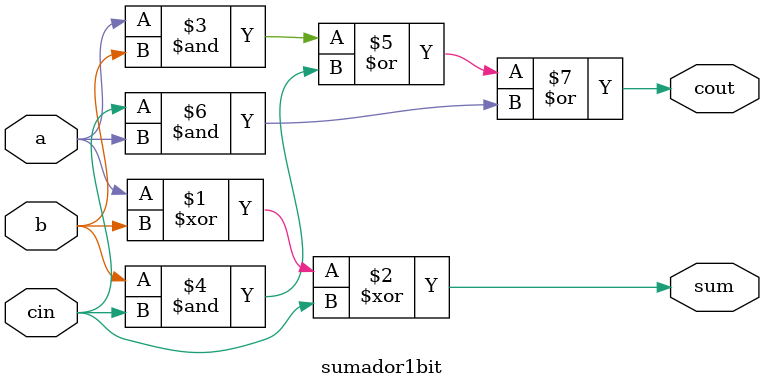
<source format=v>
`timescale 1ns / 1ps
module sumador1bit (
	// Declaracion de entradas
	input a,b,cin,
	// Declaracion de salidas
	output sum, cout
);
 // logica combinacional de salidas respecto a entradas

assign sum  = (a ^ b) ^ cin;
assign cout = (a & b) | (b & cin) | (cin & a);

endmodule

</source>
